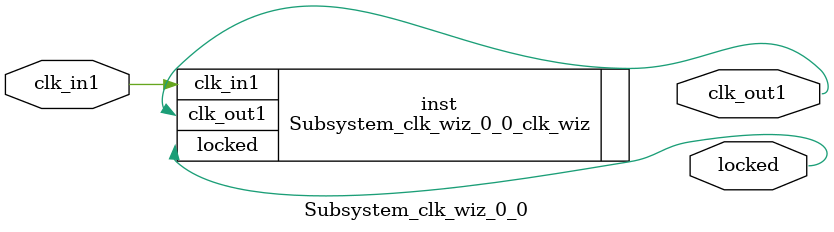
<source format=v>


`timescale 1ps/1ps

(* CORE_GENERATION_INFO = "Subsystem_clk_wiz_0_0,clk_wiz_v6_0_6_0_0,{component_name=Subsystem_clk_wiz_0_0,use_phase_alignment=true,use_min_o_jitter=false,use_max_i_jitter=false,use_dyn_phase_shift=false,use_inclk_switchover=false,use_dyn_reconfig=false,enable_axi=0,feedback_source=FDBK_AUTO,PRIMITIVE=MMCM,num_out_clk=1,clkin1_period=10.000,clkin2_period=10.000,use_power_down=false,use_reset=false,use_locked=true,use_inclk_stopped=false,feedback_type=SINGLE,CLOCK_MGR_TYPE=NA,manual_override=false}" *)

module Subsystem_clk_wiz_0_0 
 (
  // Clock out ports
  output        clk_out1,
  // Status and control signals
  output        locked,
 // Clock in ports
  input         clk_in1
 );

  Subsystem_clk_wiz_0_0_clk_wiz inst
  (
  // Clock out ports  
  .clk_out1(clk_out1),
  // Status and control signals               
  .locked(locked),
 // Clock in ports
  .clk_in1(clk_in1)
  );

endmodule

</source>
